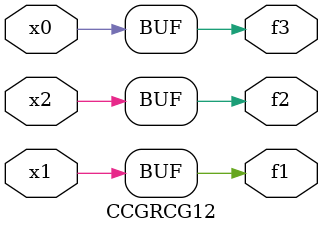
<source format=v>
module CCGRCG12(
	input x0, x1, x2,
	output f1, f2, f3
);
	assign f1 = x1;
	assign f2 = x2;
	assign f3 = x0;
endmodule

</source>
